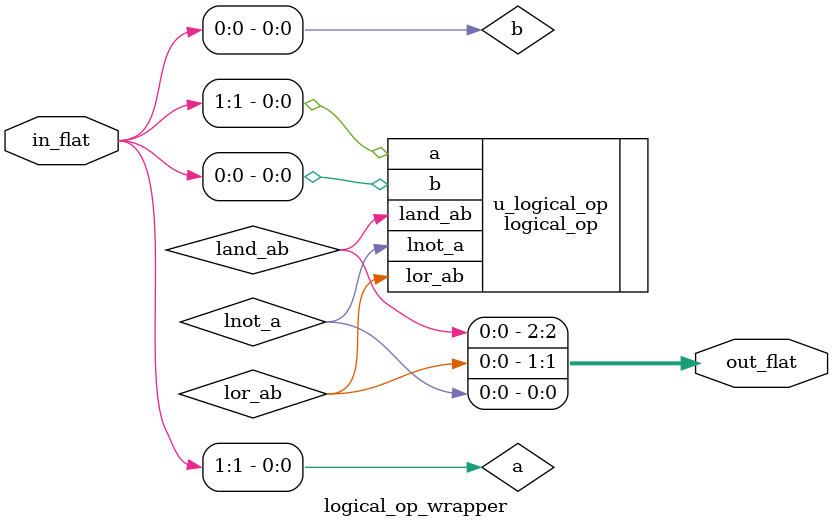
<source format=sv>
module logical_op_wrapper (
    input  wire [1:0] in_flat,
    output wire [2:0] out_flat
);

  // Slice `in_flat` into original inputs
  wire a = in_flat[1];
  wire b = in_flat[0];

  // Wires to capture original module outputs
  wire land_ab;
  wire lor_ab;
  wire lnot_a;

  // Instantiate the original module
  logical_op u_logical_op (
    .a(a),
    .b(b),
    .land_ab(land_ab),
    .lor_ab(lor_ab),
    .lnot_a(lnot_a)
  );

  // Pack original outputs into `out_flat`
  assign out_flat[2] = land_ab;
  assign out_flat[1] = lor_ab;
  assign out_flat[0] = lnot_a;

endmodule  // logical_op_wrapper
</source>
